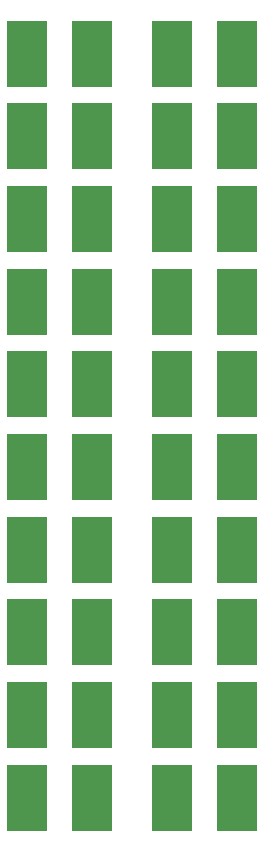
<source format=gtl>
G04 Layer_Physical_Order=1*
G04 Layer_Color=255*
%FSLAX25Y25*%
%MOIN*%
G70*
G01*
G75*
%ADD10R,0.13780X0.01969*%
%ADD11R,0.13780X0.22047*%
%ADD12R,0.13780X0.22047*%
D10*
X236811Y197047D02*
D03*
Y224606D02*
D03*
Y252165D02*
D03*
Y279724D02*
D03*
Y307283D02*
D03*
Y334842D02*
D03*
Y362402D02*
D03*
Y389961D02*
D03*
Y417520D02*
D03*
Y445079D02*
D03*
X188386D02*
D03*
Y417520D02*
D03*
Y389961D02*
D03*
Y362402D02*
D03*
Y334842D02*
D03*
Y307283D02*
D03*
Y279724D02*
D03*
Y252165D02*
D03*
Y224606D02*
D03*
Y197047D02*
D03*
D11*
X236811Y207087D02*
D03*
Y234646D02*
D03*
Y262205D02*
D03*
Y289764D02*
D03*
Y317323D02*
D03*
Y344882D02*
D03*
Y372441D02*
D03*
Y400000D02*
D03*
Y427559D02*
D03*
Y455118D02*
D03*
X188386D02*
D03*
Y427559D02*
D03*
Y400000D02*
D03*
Y372441D02*
D03*
Y344882D02*
D03*
Y317323D02*
D03*
Y289764D02*
D03*
Y262205D02*
D03*
Y234646D02*
D03*
Y207087D02*
D03*
D12*
X215158D02*
D03*
Y234646D02*
D03*
Y262205D02*
D03*
Y289764D02*
D03*
Y317323D02*
D03*
Y344882D02*
D03*
Y372441D02*
D03*
Y400000D02*
D03*
Y427559D02*
D03*
Y455118D02*
D03*
X166732D02*
D03*
Y427559D02*
D03*
Y400000D02*
D03*
Y372441D02*
D03*
Y344882D02*
D03*
Y317323D02*
D03*
Y289764D02*
D03*
Y262205D02*
D03*
Y234646D02*
D03*
Y207087D02*
D03*
M02*

</source>
